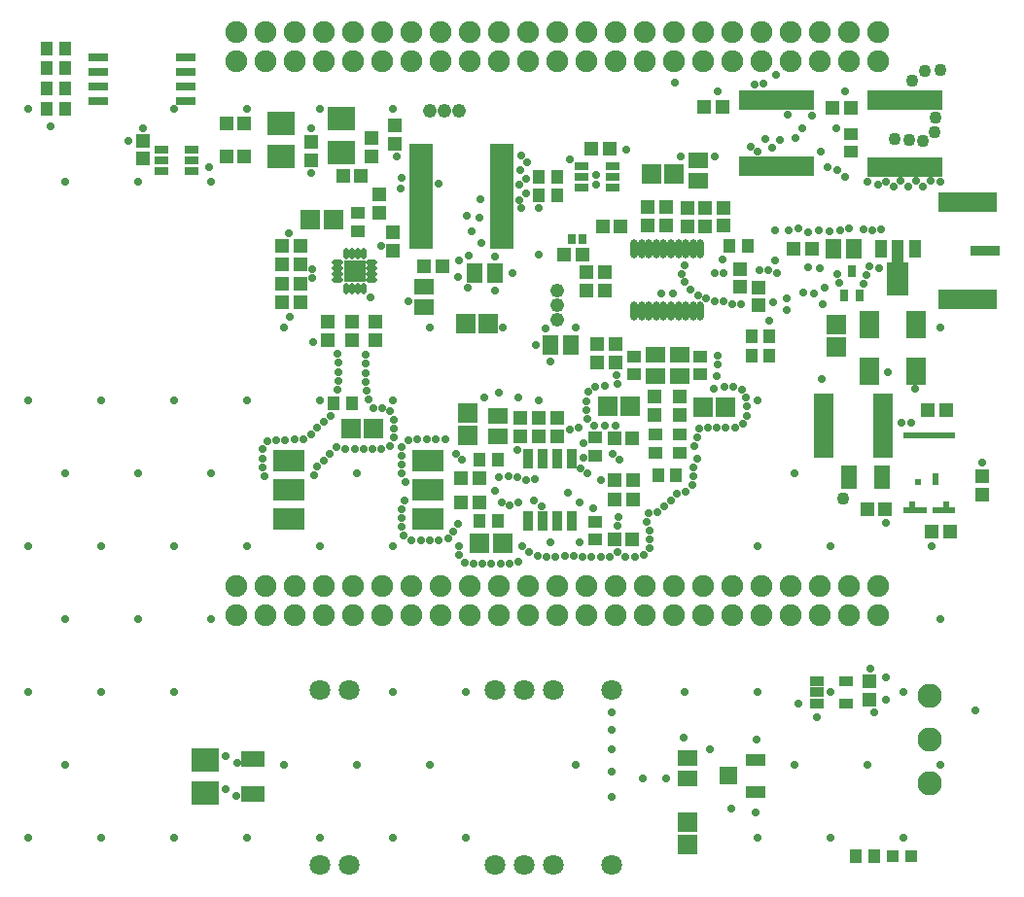
<source format=gts>
G04 Layer_Color=8388736*
%FSLAX23Y23*%
%MOIN*%
G70*
G01*
G75*
%ADD84R,0.067X0.067*%
%ADD85R,0.045X0.047*%
%ADD86R,0.053X0.065*%
%ADD87R,0.053X0.079*%
%ADD88R,0.047X0.045*%
%ADD89R,0.047X0.043*%
%ADD90R,0.065X0.053*%
%ADD91R,0.067X0.067*%
%ADD92R,0.043X0.047*%
%ADD93R,0.026X0.067*%
%ADD94R,0.026X0.043*%
%ADD95O,0.026X0.065*%
%ADD96R,0.031X0.032*%
%ADD97R,0.081X0.026*%
%ADD98R,0.097X0.079*%
%ADD99R,0.051X0.030*%
%ADD100R,0.069X0.030*%
%ADD101R,0.059X0.059*%
%ADD102R,0.071X0.043*%
%ADD103R,0.051X0.032*%
%ADD104R,0.201X0.071*%
%ADD105R,0.101X0.036*%
%ADD106R,0.075X0.114*%
%ADD107R,0.043X0.059*%
%ADD108R,0.043X0.083*%
%ADD109R,0.069X0.095*%
%ADD110R,0.067X0.221*%
%ADD111R,0.019X0.019*%
%ADD112R,0.032X0.069*%
%ADD113R,0.108X0.073*%
%ADD114R,0.077X0.077*%
%ADD115O,0.039X0.020*%
%ADD116O,0.020X0.039*%
%ADD117R,0.079X0.053*%
%ADD118R,0.039X0.039*%
%ADD119C,0.071*%
%ADD120C,0.075*%
%ADD121C,0.048*%
%ADD122C,0.083*%
%ADD123C,0.029*%
%ADD124C,0.043*%
D84*
X2320Y-633D02*
D03*
Y-711D02*
D03*
X1568Y692D02*
D03*
Y770D02*
D03*
X2832Y1073D02*
D03*
Y995D02*
D03*
D85*
X1141Y1581D02*
D03*
X1203D02*
D03*
X1419Y1272D02*
D03*
X1481D02*
D03*
X2070Y683D02*
D03*
X2132D02*
D03*
X2073Y540D02*
D03*
X2135D02*
D03*
X2073Y473D02*
D03*
X2135D02*
D03*
X2070Y336D02*
D03*
X2132D02*
D03*
X2440Y1820D02*
D03*
X2378D02*
D03*
X2881Y1817D02*
D03*
X2819D02*
D03*
X2321Y1410D02*
D03*
X2383D02*
D03*
X2321Y1474D02*
D03*
X2383D02*
D03*
X2686Y1332D02*
D03*
X2748D02*
D03*
X2186Y1412D02*
D03*
X2249D02*
D03*
X2186Y1475D02*
D03*
X2249D02*
D03*
X2093Y1410D02*
D03*
X2030D02*
D03*
X1898Y1314D02*
D03*
X1961D02*
D03*
X802Y1763D02*
D03*
X740D02*
D03*
X802Y1649D02*
D03*
X740D02*
D03*
X3146Y780D02*
D03*
X3209D02*
D03*
X3159Y361D02*
D03*
X3221D02*
D03*
X2999Y439D02*
D03*
X2937D02*
D03*
X1607Y546D02*
D03*
X1545D02*
D03*
X1607Y464D02*
D03*
X1545D02*
D03*
X994Y1343D02*
D03*
X932D02*
D03*
X994Y1278D02*
D03*
X932D02*
D03*
X994Y1213D02*
D03*
X932D02*
D03*
X994Y1148D02*
D03*
X932D02*
D03*
X2054Y1676D02*
D03*
X1991D02*
D03*
D86*
X1852Y1004D02*
D03*
X1923D02*
D03*
X1663Y1249D02*
D03*
X1593D02*
D03*
X2820Y1332D02*
D03*
X2890D02*
D03*
D87*
X2875Y548D02*
D03*
X2989D02*
D03*
D88*
X1311Y1327D02*
D03*
Y1389D02*
D03*
X2294Y762D02*
D03*
Y825D02*
D03*
X2209Y762D02*
D03*
Y825D02*
D03*
X1811Y689D02*
D03*
Y751D02*
D03*
X2074Y942D02*
D03*
Y1005D02*
D03*
X2010D02*
D03*
Y942D02*
D03*
X2445Y1474D02*
D03*
Y1411D02*
D03*
X2503Y1201D02*
D03*
Y1263D02*
D03*
X2566Y1200D02*
D03*
Y1138D02*
D03*
X2037Y1251D02*
D03*
Y1188D02*
D03*
X1975D02*
D03*
Y1251D02*
D03*
X1318Y1693D02*
D03*
Y1756D02*
D03*
X1239Y1648D02*
D03*
Y1711D02*
D03*
X1031Y1699D02*
D03*
Y1636D02*
D03*
X454Y1704D02*
D03*
Y1642D02*
D03*
X1172Y1081D02*
D03*
Y1019D02*
D03*
X1251Y1083D02*
D03*
Y1020D02*
D03*
X1089Y1083D02*
D03*
Y1020D02*
D03*
X3333Y552D02*
D03*
Y489D02*
D03*
X1874Y751D02*
D03*
Y689D02*
D03*
X1749Y751D02*
D03*
Y689D02*
D03*
X1266Y1456D02*
D03*
Y1518D02*
D03*
X2946Y-215D02*
D03*
Y-152D02*
D03*
D89*
X1190Y1455D02*
D03*
Y1393D02*
D03*
X2006Y685D02*
D03*
Y623D02*
D03*
X2005Y335D02*
D03*
Y397D02*
D03*
X2210Y634D02*
D03*
Y697D02*
D03*
X2294Y634D02*
D03*
Y697D02*
D03*
X2365Y964D02*
D03*
Y901D02*
D03*
X2138Y964D02*
D03*
Y901D02*
D03*
X2882Y1727D02*
D03*
Y1665D02*
D03*
D90*
X1418Y1201D02*
D03*
Y1131D02*
D03*
X2294Y897D02*
D03*
Y968D02*
D03*
X2210Y897D02*
D03*
Y968D02*
D03*
X2359Y1566D02*
D03*
Y1637D02*
D03*
X2320Y-485D02*
D03*
Y-415D02*
D03*
X1673Y759D02*
D03*
Y689D02*
D03*
D91*
X1609Y321D02*
D03*
X1687D02*
D03*
X2047Y791D02*
D03*
X2126D02*
D03*
X2375Y788D02*
D03*
X2453D02*
D03*
X2198Y1589D02*
D03*
X2276D02*
D03*
X1029Y1434D02*
D03*
X1107D02*
D03*
X1561Y1076D02*
D03*
X1639D02*
D03*
X1167Y717D02*
D03*
X1245D02*
D03*
D92*
X2221Y556D02*
D03*
X2283D02*
D03*
X2529Y1343D02*
D03*
X2466D02*
D03*
X1812Y1517D02*
D03*
X1875D02*
D03*
Y1578D02*
D03*
X1812D02*
D03*
X187Y1814D02*
D03*
X124D02*
D03*
X187Y1883D02*
D03*
X124D02*
D03*
X187Y1951D02*
D03*
X124D02*
D03*
X2961Y-750D02*
D03*
X2898D02*
D03*
X2540Y1033D02*
D03*
X2602D02*
D03*
X2540Y967D02*
D03*
X2602D02*
D03*
X1608Y610D02*
D03*
X1670D02*
D03*
X1608Y400D02*
D03*
X1670D02*
D03*
X1170Y801D02*
D03*
X1108D02*
D03*
X187Y2019D02*
D03*
X124D02*
D03*
D93*
X2511Y1844D02*
D03*
X2537D02*
D03*
X2562D02*
D03*
X2588D02*
D03*
X2613D02*
D03*
X2639D02*
D03*
X2665D02*
D03*
X2690D02*
D03*
X2716D02*
D03*
X2741D02*
D03*
Y1616D02*
D03*
X2716D02*
D03*
X2690D02*
D03*
X2665D02*
D03*
X2639D02*
D03*
X2613D02*
D03*
X2588D02*
D03*
X2562D02*
D03*
X2537D02*
D03*
X2511D02*
D03*
X2950Y1842D02*
D03*
X2975D02*
D03*
X3001D02*
D03*
X3027D02*
D03*
X3052D02*
D03*
X3078D02*
D03*
X3103D02*
D03*
X3129D02*
D03*
X3155D02*
D03*
X3180D02*
D03*
Y1614D02*
D03*
X3155D02*
D03*
X3129D02*
D03*
X3103D02*
D03*
X3078D02*
D03*
X3052D02*
D03*
X3027D02*
D03*
X3001D02*
D03*
X2975D02*
D03*
X2950D02*
D03*
D94*
X2884Y1256D02*
D03*
X2910Y1174D02*
D03*
X2858D02*
D03*
D95*
X2365Y1334D02*
D03*
X2340D02*
D03*
X2315D02*
D03*
X2290D02*
D03*
X2265D02*
D03*
X2239D02*
D03*
X2214D02*
D03*
X2189D02*
D03*
X2164D02*
D03*
X2139D02*
D03*
X2365Y1120D02*
D03*
X2340D02*
D03*
X2315D02*
D03*
X2290D02*
D03*
X2265D02*
D03*
X2239D02*
D03*
X2214D02*
D03*
X2189D02*
D03*
X2164D02*
D03*
X2139D02*
D03*
D96*
X1962Y1365D02*
D03*
X1925D02*
D03*
D97*
X1408Y1346D02*
D03*
Y1372D02*
D03*
Y1397D02*
D03*
Y1423D02*
D03*
Y1448D02*
D03*
Y1474D02*
D03*
Y1500D02*
D03*
Y1525D02*
D03*
Y1551D02*
D03*
Y1576D02*
D03*
Y1602D02*
D03*
Y1628D02*
D03*
Y1653D02*
D03*
Y1679D02*
D03*
X1684D02*
D03*
Y1653D02*
D03*
Y1628D02*
D03*
Y1602D02*
D03*
Y1576D02*
D03*
Y1551D02*
D03*
Y1525D02*
D03*
Y1500D02*
D03*
Y1474D02*
D03*
Y1448D02*
D03*
Y1423D02*
D03*
Y1397D02*
D03*
Y1372D02*
D03*
Y1346D02*
D03*
D98*
X1135Y1778D02*
D03*
Y1664D02*
D03*
X928Y1762D02*
D03*
Y1648D02*
D03*
X668Y-420D02*
D03*
Y-534D02*
D03*
D99*
X623Y1673D02*
D03*
Y1636D02*
D03*
Y1598D02*
D03*
X517D02*
D03*
Y1636D02*
D03*
Y1673D02*
D03*
X2064Y1541D02*
D03*
Y1578D02*
D03*
Y1616D02*
D03*
X1958D02*
D03*
Y1578D02*
D03*
Y1541D02*
D03*
D100*
X601Y1990D02*
D03*
Y1940D02*
D03*
Y1890D02*
D03*
Y1840D02*
D03*
X301D02*
D03*
Y1890D02*
D03*
Y1940D02*
D03*
Y1990D02*
D03*
D101*
X2460Y-475D02*
D03*
D102*
X2556Y-420D02*
D03*
Y-530D02*
D03*
D103*
X2764Y-152D02*
D03*
Y-189D02*
D03*
Y-227D02*
D03*
X2866D02*
D03*
Y-152D02*
D03*
D104*
X3280Y1159D02*
D03*
Y1493D02*
D03*
D105*
X3342Y1326D02*
D03*
D106*
X3043Y1230D02*
D03*
D107*
X2984Y1332D02*
D03*
X3102D02*
D03*
D108*
X3043Y1321D02*
D03*
D109*
X2944Y912D02*
D03*
Y1073D02*
D03*
X3104Y1073D02*
D03*
Y912D02*
D03*
D110*
X2787Y725D02*
D03*
X2991D02*
D03*
D111*
X3209Y455D02*
D03*
X3111Y436D02*
D03*
X3091D02*
D03*
X3130D02*
D03*
X3170D02*
D03*
X3189D02*
D03*
X3209D02*
D03*
X3229D02*
D03*
X3071D02*
D03*
X3091Y455D02*
D03*
X3170Y534D02*
D03*
X3111D02*
D03*
X3170Y554D02*
D03*
X3229Y691D02*
D03*
X3209D02*
D03*
X3189D02*
D03*
X3170D02*
D03*
X3150D02*
D03*
X3130D02*
D03*
X3111D02*
D03*
X3091D02*
D03*
X3071D02*
D03*
D112*
X1924Y611D02*
D03*
X1874D02*
D03*
X1824D02*
D03*
X1774D02*
D03*
X1924Y399D02*
D03*
X1874D02*
D03*
X1824D02*
D03*
X1774D02*
D03*
D113*
X1431Y406D02*
D03*
Y506D02*
D03*
Y606D02*
D03*
X956D02*
D03*
Y506D02*
D03*
Y406D02*
D03*
D114*
X1180Y1256D02*
D03*
D115*
X1121Y1226D02*
D03*
Y1246D02*
D03*
Y1266D02*
D03*
Y1285D02*
D03*
X1239D02*
D03*
Y1266D02*
D03*
Y1246D02*
D03*
Y1226D02*
D03*
D116*
X1150Y1315D02*
D03*
X1170D02*
D03*
X1190D02*
D03*
X1210D02*
D03*
Y1197D02*
D03*
X1190D02*
D03*
X1170D02*
D03*
X1150D02*
D03*
D117*
X832Y-536D02*
D03*
Y-418D02*
D03*
D118*
X3088Y-750D02*
D03*
X3025D02*
D03*
D119*
X2060Y-782D02*
D03*
Y-182D02*
D03*
X1860Y-782D02*
D03*
X1760D02*
D03*
X1660D02*
D03*
X1160D02*
D03*
X1060D02*
D03*
X1860Y-182D02*
D03*
X1760D02*
D03*
X1160D02*
D03*
X1060D02*
D03*
X1660D02*
D03*
D120*
X775Y1975D02*
D03*
X875D02*
D03*
X975D02*
D03*
X1075D02*
D03*
X1175D02*
D03*
X1275D02*
D03*
X1375D02*
D03*
X1475D02*
D03*
X1575D02*
D03*
X1675D02*
D03*
X1775D02*
D03*
X1875D02*
D03*
X1975D02*
D03*
X2075D02*
D03*
X2175D02*
D03*
X2275D02*
D03*
X2375D02*
D03*
X2475D02*
D03*
X2575D02*
D03*
X2675D02*
D03*
X2775D02*
D03*
X2875D02*
D03*
X2975D02*
D03*
X775Y2075D02*
D03*
X875D02*
D03*
X975D02*
D03*
X1075D02*
D03*
X1175D02*
D03*
X1275D02*
D03*
X1375D02*
D03*
X1475D02*
D03*
X1575D02*
D03*
X1675D02*
D03*
X1775D02*
D03*
X1875D02*
D03*
X1975D02*
D03*
X2075D02*
D03*
X2175D02*
D03*
X2275D02*
D03*
X2375D02*
D03*
X2475D02*
D03*
X2575D02*
D03*
X2675D02*
D03*
X2775D02*
D03*
X2875D02*
D03*
X2975Y2076D02*
D03*
X775Y75D02*
D03*
X875D02*
D03*
X975D02*
D03*
X1075D02*
D03*
X1175D02*
D03*
X1275D02*
D03*
X1375D02*
D03*
X1475D02*
D03*
X1575D02*
D03*
X1675D02*
D03*
X1775D02*
D03*
X1875D02*
D03*
X1975D02*
D03*
X2075D02*
D03*
X2175D02*
D03*
X2275D02*
D03*
X2375D02*
D03*
X2475D02*
D03*
X2575D02*
D03*
X2675D02*
D03*
X2775D02*
D03*
X2875D02*
D03*
X2975D02*
D03*
X775Y175D02*
D03*
X875D02*
D03*
X975D02*
D03*
X1075D02*
D03*
X1175D02*
D03*
X1275D02*
D03*
X1375D02*
D03*
X1475D02*
D03*
X1575D02*
D03*
X1675D02*
D03*
X1775D02*
D03*
X1875D02*
D03*
X1975D02*
D03*
X2075D02*
D03*
X2175D02*
D03*
X2275D02*
D03*
X2375D02*
D03*
X2475D02*
D03*
X2575D02*
D03*
X2675D02*
D03*
X2775D02*
D03*
X2875D02*
D03*
X2975Y176D02*
D03*
D121*
X1875Y1189D02*
D03*
Y1089D02*
D03*
Y1139D02*
D03*
X1439Y1807D02*
D03*
X1539D02*
D03*
X1489D02*
D03*
D122*
X3152Y-351D02*
D03*
Y-201D02*
D03*
Y-501D02*
D03*
D123*
X2470Y-586D02*
D03*
X3188Y1563D02*
D03*
Y1063D02*
D03*
Y63D02*
D03*
X3063Y-187D02*
D03*
X3188Y-437D02*
D03*
X3063Y-687D02*
D03*
X2938Y1563D02*
D03*
X2813Y313D02*
D03*
Y-187D02*
D03*
X2938Y-437D02*
D03*
X2813Y-687D02*
D03*
X2563Y813D02*
D03*
X2688Y563D02*
D03*
X2563Y313D02*
D03*
Y-187D02*
D03*
X2688Y-437D02*
D03*
X2563Y-687D02*
D03*
X2313Y-187D02*
D03*
X1813Y1313D02*
D03*
X1938Y1063D02*
D03*
X1813Y813D02*
D03*
X1938Y-437D02*
D03*
X1688Y1063D02*
D03*
X1563Y-187D02*
D03*
Y-687D02*
D03*
X1313Y1813D02*
D03*
X1438Y1063D02*
D03*
X1313Y813D02*
D03*
Y313D02*
D03*
Y-187D02*
D03*
X1438Y-437D02*
D03*
X1313Y-687D02*
D03*
X1063Y1813D02*
D03*
Y813D02*
D03*
X1188Y563D02*
D03*
X1063Y313D02*
D03*
X1188Y-437D02*
D03*
X1063Y-687D02*
D03*
X813Y1813D02*
D03*
X938Y1063D02*
D03*
X813Y813D02*
D03*
Y313D02*
D03*
X938Y-437D02*
D03*
X813Y-687D02*
D03*
X563Y1813D02*
D03*
X688Y1563D02*
D03*
X563Y813D02*
D03*
X688Y563D02*
D03*
X563Y313D02*
D03*
X688Y63D02*
D03*
X563Y-187D02*
D03*
Y-687D02*
D03*
X438Y1563D02*
D03*
X313Y813D02*
D03*
X438Y563D02*
D03*
X313Y313D02*
D03*
X438Y63D02*
D03*
X313Y-187D02*
D03*
Y-687D02*
D03*
X63Y1813D02*
D03*
X188Y1563D02*
D03*
X63Y813D02*
D03*
X188Y563D02*
D03*
X63Y313D02*
D03*
X188Y63D02*
D03*
X63Y-187D02*
D03*
X188Y-437D02*
D03*
X63Y-687D02*
D03*
X943Y677D02*
D03*
X912Y677D02*
D03*
X1123Y972D02*
D03*
X1124Y941D02*
D03*
Y910D02*
D03*
Y879D02*
D03*
X1123Y848D02*
D03*
X1099Y760D02*
D03*
X1074Y740D02*
D03*
X1053Y719D02*
D03*
X1031Y697D02*
D03*
X1005Y679D02*
D03*
X974D02*
D03*
X882Y671D02*
D03*
X866Y645D02*
D03*
X865Y614D02*
D03*
Y583D02*
D03*
X870Y553D02*
D03*
X1042Y556D02*
D03*
X1053Y585D02*
D03*
X1074Y607D02*
D03*
X1096Y629D02*
D03*
X1118Y651D02*
D03*
X1149Y647D02*
D03*
X1180D02*
D03*
X1211Y647D02*
D03*
X1242Y647D02*
D03*
X1273D02*
D03*
X1302Y657D02*
D03*
X1315Y685D02*
D03*
X1316Y716D02*
D03*
X1316Y747D02*
D03*
X1303Y776D02*
D03*
X1275Y787D02*
D03*
X1244D02*
D03*
X1229Y815D02*
D03*
X1221Y845D02*
D03*
X1219Y876D02*
D03*
Y907D02*
D03*
Y938D02*
D03*
Y969D02*
D03*
X1538Y314D02*
D03*
X1539Y283D02*
D03*
X1557Y257D02*
D03*
X1587Y251D02*
D03*
X1618D02*
D03*
X1649Y252D02*
D03*
X1680Y251D02*
D03*
X1711D02*
D03*
X1741Y259D02*
D03*
X1661Y504D02*
D03*
X1353Y468D02*
D03*
X1340Y440D02*
D03*
X1340Y409D02*
D03*
Y378D02*
D03*
X1349Y348D02*
D03*
X1376Y333D02*
D03*
X1407Y333D02*
D03*
X1438D02*
D03*
X1469D02*
D03*
X1500Y338D02*
D03*
X1519Y362D02*
D03*
X1535Y388D02*
D03*
X1458Y679D02*
D03*
X1427D02*
D03*
X1396D02*
D03*
X1365Y676D02*
D03*
X1343Y654D02*
D03*
X1340Y623D02*
D03*
Y592D02*
D03*
X1342Y561D02*
D03*
X1355Y534D02*
D03*
X1549Y608D02*
D03*
X1527Y630D02*
D03*
X1491Y678D02*
D03*
X1742Y464D02*
D03*
X1713Y451D02*
D03*
X1684Y461D02*
D03*
X1756Y314D02*
D03*
X1778Y292D02*
D03*
X1807Y280D02*
D03*
X1838Y277D02*
D03*
X1869Y277D02*
D03*
X1900Y279D02*
D03*
X1931D02*
D03*
X1962Y276D02*
D03*
X1993Y276D02*
D03*
X2024D02*
D03*
X2055Y275D02*
D03*
X1821Y450D02*
D03*
X1796Y469D02*
D03*
X1949Y720D02*
D03*
X1919Y713D02*
D03*
X1676Y549D02*
D03*
X1707Y554D02*
D03*
X1737Y549D02*
D03*
X1767Y540D02*
D03*
X1798Y542D02*
D03*
X1966Y615D02*
D03*
X1954Y580D02*
D03*
X1979Y562D02*
D03*
X1913Y497D02*
D03*
X1998Y442D02*
D03*
X2087Y608D02*
D03*
X2066Y630D02*
D03*
X2085Y412D02*
D03*
X2082Y381D02*
D03*
X2082Y291D02*
D03*
X2109Y276D02*
D03*
X2140Y275D02*
D03*
X2171Y281D02*
D03*
X2190Y305D02*
D03*
X2192Y336D02*
D03*
X2190Y367D02*
D03*
X2180Y396D02*
D03*
X2187Y426D02*
D03*
X2218Y430D02*
D03*
X2242Y448D02*
D03*
X2264Y470D02*
D03*
X2286Y492D02*
D03*
X2316Y499D02*
D03*
X2338Y521D02*
D03*
X2342Y552D02*
D03*
X2341Y583D02*
D03*
X2354Y611D02*
D03*
X2037Y862D02*
D03*
X2006Y860D02*
D03*
X1982Y841D02*
D03*
X1976Y810D02*
D03*
Y779D02*
D03*
X1979Y748D02*
D03*
X2001Y726D02*
D03*
X2038Y725D02*
D03*
X2075D02*
D03*
X2346Y655D02*
D03*
X2355Y685D02*
D03*
X2361Y715D02*
D03*
X2391Y718D02*
D03*
X2422Y718D02*
D03*
X2453Y718D02*
D03*
X2484Y718D02*
D03*
X2513Y731D02*
D03*
X2524Y760D02*
D03*
Y791D02*
D03*
X2523Y822D02*
D03*
X2509Y849D02*
D03*
X2479Y859D02*
D03*
X2448D02*
D03*
X2078Y900D02*
D03*
X2081Y869D02*
D03*
X2410Y851D02*
D03*
X2423Y897D02*
D03*
X2424Y935D02*
D03*
X2426Y966D02*
D03*
X2271Y1178D02*
D03*
X2233Y1178D02*
D03*
X2616Y1149D02*
D03*
X2662Y1164D02*
D03*
X2775Y1266D02*
D03*
X2734Y1269D02*
D03*
X2628Y1250D02*
D03*
X2623Y1292D02*
D03*
X2622Y1395D02*
D03*
X2668D02*
D03*
X2703Y1402D02*
D03*
X2735Y1390D02*
D03*
X2772Y1395D02*
D03*
X2809Y1394D02*
D03*
X2300Y1246D02*
D03*
X2313Y1218D02*
D03*
X2333Y1193D02*
D03*
X2357Y1174D02*
D03*
X2385Y1161D02*
D03*
X2415Y1154D02*
D03*
X2446Y1153D02*
D03*
X2475Y1142D02*
D03*
X2506Y1141D02*
D03*
X2599Y1258D02*
D03*
X2568Y1260D02*
D03*
X2446Y1248D02*
D03*
X2876Y1402D02*
D03*
X2846Y1395D02*
D03*
X2834Y1247D02*
D03*
X2841Y1217D02*
D03*
X2924Y1213D02*
D03*
X2934Y1243D02*
D03*
X2946Y1271D02*
D03*
X2977Y1266D02*
D03*
X2985Y1399D02*
D03*
X2954Y1397D02*
D03*
X2924Y1400D02*
D03*
X3333Y600D02*
D03*
X1467Y1556D02*
D03*
X3056Y736D02*
D03*
X3087Y735D02*
D03*
X3103Y851D02*
D03*
X2777Y1665D02*
D03*
X1564Y1447D02*
D03*
X1607Y1438D02*
D03*
X1611Y1503D02*
D03*
X3000Y393D02*
D03*
X2663Y1122D02*
D03*
X2784Y1141D02*
D03*
X2780Y886D02*
D03*
X2791Y1198D02*
D03*
X2719Y1181D02*
D03*
X2860Y1578D02*
D03*
X2835Y1602D02*
D03*
X2800Y1613D02*
D03*
X2754Y1179D02*
D03*
X2626Y1930D02*
D03*
X2279Y1904D02*
D03*
X2583Y1899D02*
D03*
X2552Y1895D02*
D03*
X2415Y1649D02*
D03*
X2297Y1650D02*
D03*
X2555Y-600D02*
D03*
X2693Y1714D02*
D03*
X2716Y1745D02*
D03*
X2749Y1790D02*
D03*
X2009Y1587D02*
D03*
X2664Y1794D02*
D03*
X2009Y1551D02*
D03*
X1625Y823D02*
D03*
X1740Y824D02*
D03*
X1674Y838D02*
D03*
X2639Y1705D02*
D03*
X2588Y1708D02*
D03*
X2613Y1678D02*
D03*
X2562Y1667D02*
D03*
X1581Y1391D02*
D03*
X2537Y1684D02*
D03*
X1753Y1472D02*
D03*
X1812Y1472D02*
D03*
X1769Y1523D02*
D03*
X3154Y1565D02*
D03*
X3129Y1546D02*
D03*
X3104Y1565D02*
D03*
X3078Y1545D02*
D03*
X3052Y1565D02*
D03*
X1746Y1500D02*
D03*
X1746Y1551D02*
D03*
X1749Y1602D02*
D03*
X1753Y1653D02*
D03*
X1770Y1628D02*
D03*
X1769Y1573D02*
D03*
X3027Y1545D02*
D03*
X3002Y1561D02*
D03*
X2975Y1552D02*
D03*
X1615Y1352D02*
D03*
X682Y1613D02*
D03*
X2424Y1874D02*
D03*
X1539Y1292D02*
D03*
X454Y1746D02*
D03*
X405Y1704D02*
D03*
X779Y-430D02*
D03*
X737Y-408D02*
D03*
X2961Y-258D02*
D03*
X3002Y-215D02*
D03*
X2703Y-227D02*
D03*
X2764Y-273D02*
D03*
X3309Y-252D02*
D03*
X2399Y-384D02*
D03*
X2309Y-344D02*
D03*
X2559Y-351D02*
D03*
X2169Y-485D02*
D03*
X2248D02*
D03*
X2060Y-460D02*
D03*
X2060Y-383D02*
D03*
Y-317D02*
D03*
Y-258D02*
D03*
Y-548D02*
D03*
X775Y-543D02*
D03*
X738Y-522D02*
D03*
X2948Y-108D02*
D03*
X3001Y-139D02*
D03*
X1234Y1166D02*
D03*
X1038Y1014D02*
D03*
X958Y1100D02*
D03*
X955Y1385D02*
D03*
X1034Y1261D02*
D03*
Y1234D02*
D03*
X1663Y1305D02*
D03*
X1663Y1190D02*
D03*
X1722Y1250D02*
D03*
X1834Y1059D02*
D03*
X1800Y1004D02*
D03*
X1852Y946D02*
D03*
X2603Y1086D02*
D03*
X3158Y311D02*
D03*
X2831Y1745D02*
D03*
X2863Y1872D02*
D03*
X139Y1752D02*
D03*
X1365Y1152D02*
D03*
X1273Y1343D02*
D03*
X1326Y1649D02*
D03*
X1569Y1199D02*
D03*
X1570Y1308D02*
D03*
X1534Y1235D02*
D03*
X1738Y642D02*
D03*
X1952Y326D02*
D03*
X1853D02*
D03*
X1964Y666D02*
D03*
X1032Y1593D02*
D03*
X1339Y1540D02*
D03*
X1343Y1577D02*
D03*
X1033Y1745D02*
D03*
X1951Y463D02*
D03*
X2025Y539D02*
D03*
X3008Y908D02*
D03*
X1918Y1640D02*
D03*
X2442Y1296D02*
D03*
X2310Y1276D02*
D03*
X2415Y1250D02*
D03*
X2112Y1672D02*
D03*
D124*
X3189Y1945D02*
D03*
X3136Y1941D02*
D03*
X3092Y1909D02*
D03*
X3170Y1782D02*
D03*
X3167Y1733D02*
D03*
X3129Y1704D02*
D03*
X3081Y1706D02*
D03*
X3031Y1708D02*
D03*
X2855Y477D02*
D03*
M02*

</source>
